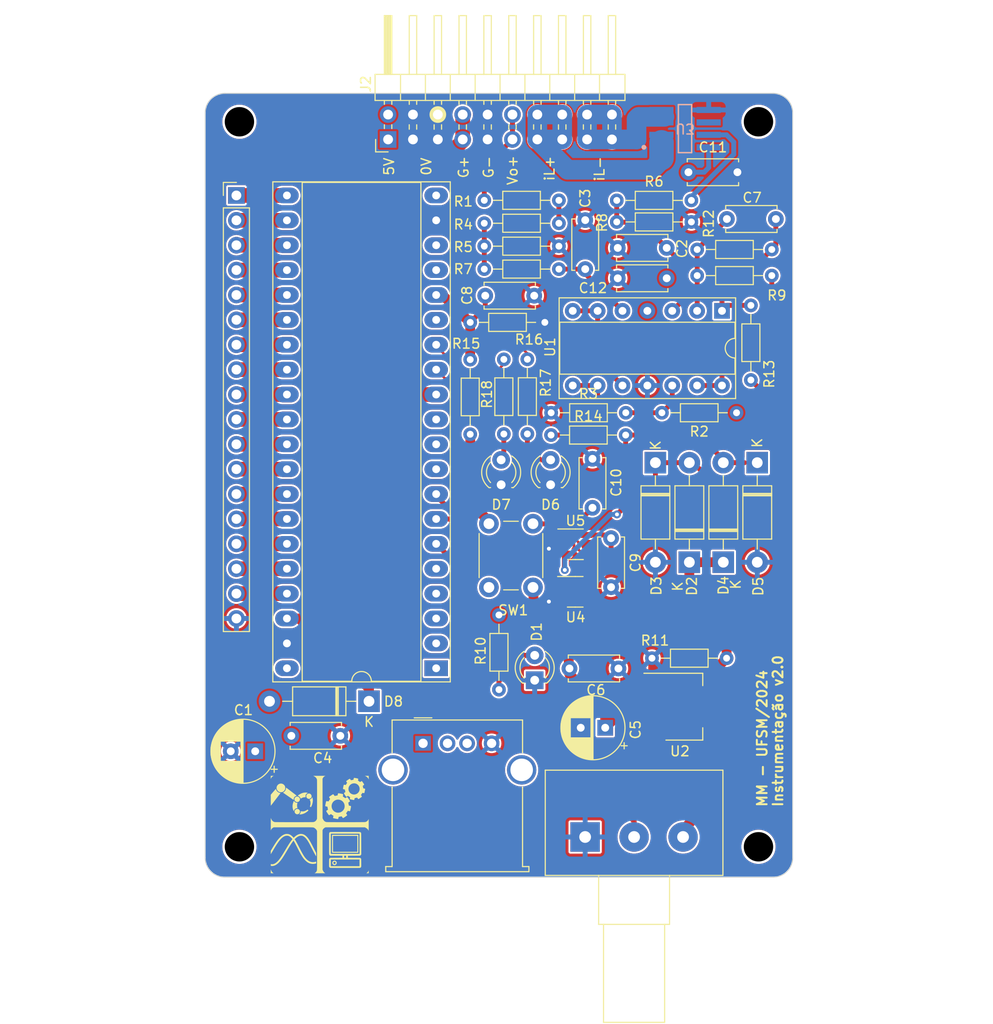
<source format=kicad_pcb>
(kicad_pcb (version 20221018) (generator pcbnew)
  (layers (0 "F.Cu" signal) (31 "B.Cu" signal) (34 "B.Paste" user) (35 "F.Paste" user) (36 "B.SilkS" user "B.Silkscreen") (37 "F.SilkS" user "F.Silkscreen") (38 "B.Mask" user) (39 "F.Mask" user) (44 "Edge.Cuts" user))
  (net 0 "")
  (net 1 "3.3V")
  (net 2 "Net-(D1-A)")
  (net 3 "5V_F")
  (net 4 "Net-(R4-Pad2)")
  (net 5 "Net-(C7-Pad2)")
  (net 6 "Net-(D6-A)")
  (net 7 "Net-(D8-K)")
  (net 8 "Net-(R15-Pad2)")
  (net 14 "Pino21")
  (net 15 "Pino22")
  (net 16 "Pino23")
  (net 17 "Pino24")
  (net 18 "Pino25")
  (net 19 "Pino26")
  (net 20 "Pino27")
  (net 21 "Pino30")
  (net 22 "Is")
  (net 23 "Pino31")
  (net 24 "Net-(D7-A)")
  (net 25 "Vo+")
  (net 26 "Pino32")
  (net 27 "G-")
  (net 28 "G+")
  (net 29 "Net-(U1A--)")
  (net 30 "Pino33")
  (net 31 "IL-")
  (net 32 "IL+")
  (net 33 "/Is_analog")
  (net 34 "/Vo+_analog")
  (net 35 "Pino34")
  (net 36 "Pino35")
  (net 37 "/Reg_PWM")
  (net 38 "Pino36")
  (net 41 "/Step_button")
  (net 42 "/LED2")
  (net 43 "Pino37")
  (net 44 "/LED1")
  (net 47 "Net-(R1-Pad2)")
  (net 50 "Pino28")
  (net 51 "Pino29")
  (net 56 "/500mV")
  (net 57 "/Corrente entrada Op-Amp")
  (net 58 "/3,3V Tensão")
  (net 59 "/3,3V Corrente")
  (net 60 "Net-(U1D-+)")
  (net 61 "Net-(U1C--)")
  (net 63 "Net-(U1B-+)")
  (net 64 "Net-(U1B--)")
  (footprint "Resistor_THT:R_Axial_DIN0204_L3.6mm_D1.6mm_P7.62mm_Horizontal" (layer "F.Cu") (at 55 68.24 -90)
    (fp_text reference "R10")
    (fp_text value "470")
  )
  (footprint "Diode_THT:D_DO-41_SOD81_P10.16mm_Horizontal" (layer "F.Cu") (at 70.975 52.695 -90)
    (fp_text reference "D3")
    (fp_text value "1N5817")
  )
  (footprint "Hole:Furo" (layer "F.Cu") (at 28.5 20.5)
    (fp_text reference "H3" hide)
    (fp_text value "MountingHole")
  )
  (footprint "Resistor_THT:R_Axial_DIN0204_L3.6mm_D1.6mm_P7.62mm_Horizontal" (layer "F.Cu") (at 74.65 28.125 180)
    (fp_text reference "R8")
    (fp_text value "330")
  )
  (footprint "Package_TO_SOT_SMD:SOT-223-3_TabPin2" (layer "F.Cu") (at 73.9 77.6)
    (fp_text reference "U2")
    (fp_text value "AMS1117-3.3")
  )
  (footprint "Potentiometer_THT:Potentiometer_Alps_RK163_Single_Horizontal" (layer "F.Cu") (at 63.8 90.9 90)
    (fp_text reference "RV1" hide)
    (fp_text value "R_Potentiometer")
  )
  (footprint "Resistor_THT:R_Axial_DIN0204_L3.6mm_D1.6mm_P7.62mm_Horizontal" (layer "F.Cu") (at 61.12 30.598 180)
    (fp_text reference "R5")
    (fp_text value "1k")
  )
  (footprint "Package_TO_SOT_SMD:SOT-23-5" (layer "F.Cu") (at 62.7875 65.875)
    (fp_text reference "U4")
    (fp_text value "MCP6001-OT")
  )
  (footprint "Diode_THT:D_DO-41_SOD81_P10.16mm_Horizontal" (layer "F.Cu") (at 74.441666 62.855 90)
    (fp_text reference "D2")
    (fp_text value "1N5817")
  )
  (footprint "Resistor_THT:R_Axial_DIN0204_L3.6mm_D1.6mm_P7.62mm_Horizontal" (layer "F.Cu") (at 80.725 44.26 90)
    (fp_text reference "R13")
    (fp_text value "470")
  )
  (footprint "Resistor_THT:R_Axial_DIN0204_L3.6mm_D1.6mm_P7.62mm_Horizontal" (layer "F.Cu") (at 57.9 42.14 -90)
    (fp_text reference "R17")
    (fp_text value "470")
  )
  (footprint "Resistor_THT:R_Axial_DIN0204_L3.6mm_D1.6mm_P7.62mm_Horizontal" (layer "F.Cu") (at 75.24 33.6)
    (fp_text reference "R9")
    (fp_text value "330")
  )
  (footprint "Resistor_THT:R_Axial_DIN0204_L3.6mm_D1.6mm_P7.62mm_Horizontal" (layer "F.Cu") (at 60.32 49.875)
    (fp_text reference "R14")
    (fp_text value "470")
  )
  (footprint "Package_TO_SOT_SMD:SOT-23-5" (layer "F.Cu") (at 62.8125 61.025)
    (fp_text reference "U5")
    (fp_text value "MCP6001-OT")
  )
  (footprint "Resistor_THT:R_Axial_DIN0204_L3.6mm_D1.6mm_P7.62mm_Horizontal" (layer "F.Cu") (at 61.12 28.258 180)
    (fp_text reference "R4")
    (fp_text value "1k")
  )
  (footprint "Hole:Furo" (layer "F.Cu") (at 81.5 94.5)
    (fp_text reference "H2" hide)
    (fp_text value "MountingHole")
  )
  (footprint "Capacitor_THT:CP_Radial_D6.3mm_P2.50mm" (layer "F.Cu") (at 65.85 79.75 180)
    (fp_text reference "C5")
    (fp_text value "100u")
  )
  (footprint "Connector_PinHeader_2.54mm:PinHeader_1x18_P2.54mm_Vertical" (layer "F.Cu") (at 28.19 25.42)
    (fp_text reference "J3" hide)
    (fp_text value "Conn_01x18_Pin")
  )
  (footprint "Capacitor_THT:C_Disc_D5.0mm_W2.5mm_P5.00mm" (layer "F.Cu") (at 63.81 27.938 -90)
    (fp_text reference "C3")
    (fp_text value "100n")
  )
  (footprint "Capacitor_THT:C_Disc_D5.0mm_W2.5mm_P5.00mm" (layer "F.Cu") (at 38.8 80.575 180)
    (fp_text reference "C4")
    (fp_text value "100n")
  )
  (footprint "LOGO" (layer "F.Cu") (at 36.7 89.625)
    (fp_text reference "G***" hide)
    (fp_text value "LOGO" hide)
  )
  (footprint "Capacitor_THT:C_Disc_D5.0mm_W2.5mm_P5.00mm" (layer "F.Cu") (at 78.275 27.825)
    (fp_text reference "C7")
    (fp_text value "100n")
  )
  (footprint "Capacitor_THT:C_Disc_D5.0mm_W2.5mm_P5.00mm" (layer "F.Cu") (at 67.13 33.875)
    (fp_text reference "C12")
    (fp_text value "100n")
  )
  (footprint "Resistor_THT:R_Axial_DIN0204_L3.6mm_D1.6mm_P7.62mm_Horizontal" (layer "F.Cu") (at 53.5 25.918)
    (fp_text reference "R1")
    (fp_text value "10k")
  )
  (footprint "Diode_THT:D_DO-41_SOD81_P10.16mm_Horizontal" (layer "F.Cu") (at 77.908332 62.855 90)
    (fp_text reference "D4")
    (fp_text value "1N5817")
  )
  (footprint "Resistor_THT:R_Axial_DIN0204_L3.6mm_D1.6mm_P7.62mm_Horizontal" (layer "F.Cu") (at 53.5 32.938)
    (fp_text reference "R7")
    (fp_text value "330")
  )
  (footprint "Capacitor_THT:CP_Radial_D6.3mm_P2.50mm" (layer "F.Cu") (at 30.11238 82.15 180)
    (fp_text reference "C1")
    (fp_text value "100u")
  )
  (footprint "Hole:Furo" (layer "F.Cu") (at 28.5 94.5)
    (fp_text reference "H1" hide)
    (fp_text value "MountingHole")
  )
  (footprint "Hole:Furo" (layer "F.Cu") (at 81.5 20.5)
    (fp_text reference "H4" hide)
    (fp_text value "MountingHole")
  )
  (footprint "Connector_PinHeader_2.54mm:PinHeader_2x10_P2.54mm_Horizontal" (layer "F.Cu") (at 43.68 19.704 90)
    (fp_text reference "J2")
    (fp_text value "Conn_02x10_Odd_Even")
  )
  (footprint "Resistor_THT:R_Axial_DIN0204_L3.6mm_D1.6mm_P7.62mm_Horizontal" (layer "F.Cu") (at 67.03 25.925)
    (fp_text reference "R6")
    (fp_text value "330")
  )
  (footprint "Resistor_THT:R_Axial_DIN0204_L3.6mm_D1.6mm_P7.62mm_Horizontal" (layer "F.Cu") (at 70.625 72.65)
    (fp_text reference "R11")
    (fp_text value "330")
  )
  (footprint "Capacitor_THT:C_Disc_D5.0mm_W2.5mm_P5.00mm" (layer "F.Cu") (at 67.13 30.775)
    (fp_text reference "C2")
    (fp_text value "100n")
  )
  (footprint "Button_Switch_THT:SW_PUSH_6mm" (layer "F.Cu") (at 53.975 65.425 90)
    (fp_text reference "SW1")
    (fp_text value "SW_Push")
  )
  (footprint "Resistor_THT:R_Axial_DIN0204_L3.6mm_D1.6mm_P7.62mm_Horizontal" (layer "F.Cu") (at 60.33 47.6)
    (fp_text reference "R3")
    (fp_text value "1k")
  )
  (footprint "Capacitor_THT:C_Disc_D5.0mm_W2.5mm_P5.00mm" (layer "F.Cu") (at 64.55 57.3 90)
    (fp_text reference "C10")
    (fp_text value "100n")
  )
  (footprint "Capacitor_THT:C_Disc_D5.0mm_W2.5mm_P5.00mm" (layer "F.Cu") (at 58.6 35.65 180)
    (fp_text reference "C8")
    (fp_text value "100n")
  )
  (footprint "Diode_THT:D_DO-41_SOD81_P10.16mm_Horizontal" (layer "F.Cu") (at 81.375 52.695 -90)
    (fp_text reference "D5")
    (fp_text value "1N5817")
  )
  (footprint "Capacitor_THT:C_Disc_D5.0mm_W2.5mm_P5.00mm" (layer "F.Cu") (at 67.2 73.7 180)
    (fp_text reference "C6")
    (fp_text value "100n")
  )
  (footprint "LED_THT:LED_D3.0mm" (layer "F.Cu") (at 58.65 74.9 90)
    (fp_text reference "D1")
    (fp_text value "LED")
  )
  (footprint "Diode_THT:D_DO-41_SOD81_P10.16mm_Horizontal" (layer "F.Cu") (at 41.73 77.05 180)
    (fp_text reference "D8")
    (fp_text value "1N4001")
  )
  (footprint "Capacitor_THT:C_Disc_D5.0mm_W2.5mm_P5.00mm" (layer "F.Cu") (at 79.35 23.05 180)
    (fp_text reference "C11")
    (fp_text value "100n")
  )
  (footprint "Package_DIP:DIP-14_W7.62mm_Socket" (layer "F.Cu") (at 77.775 37.2 -90)
    (fp_text reference "U1")
    (fp_text value "TL084")
  )
  (footprint "LED_THT:LED_D3.0mm" (layer "F.Cu") (at 55.225 54.95 90)
    (fp_text reference "D7")
    (fp_text value "LED")
  )
  (footprint "Package_DIP:DIP-40_W15.24mm_Socket_LongPads" (layer "F.Cu") (at 48.59 73.68 180)
    (fp_text reference "U6" hide)
    (fp_text value "STM32F103C_8-B_Tx")
  )
  (footprint "Resistor_THT:R_Axial_DIN0204_L3.6mm_D1.6mm_P7.62mm_Horizontal" (layer "F.Cu") (at 52.065 38.375)
    (fp_text reference "R16")
    (fp_text value "10k")
  )
  (footprint "Resistor_THT:R_Axial_DIN0204_L3.6mm_D1.6mm_P7.62mm_Horizontal" (layer "F.Cu") (at 79.26 47.6 180)
    (fp_text reference "R2")
    (fp_text value "10k")
  )
  (footprint "Connector_USB:USB_A_Molex_67643_Horizontal" (layer "F.Cu") (at 47.25 81.34)
    (fp_text reference "J1" hide)
    (fp_text value "USB3_A")
  )
  (footprint "Resistor_THT:R_Axial_DIN0204_L3.6mm_D1.6mm_P7.62mm_Horizontal" (layer "F.Cu") (at 55.5 42.15 -90)
    (fp_text reference "R18")
    (fp_text value "470")
  )
  (footprint "Capacitor_THT:C_Disc_D5.0mm_W2.5mm_P5.00mm" (layer "F.Cu") (at 66.45 60.4 -90)
    (fp_text reference "C9")
    (fp_text value "100n")
  )
  (footprint "Resistor_THT:R_Axial_DIN0204_L3.6mm_D1.6mm_P7.62mm_Horizontal" (layer "F.Cu") (at 75.24 30.9375)
    (fp_text reference "R12")
    (fp_text value "330")
  )
  (footprint "LED_THT:LED_D3.0mm" (layer "F.Cu") (at 60.275 54.95 90)
    (fp_text reference "D6")
    (fp_text value "LED")
  )
  (footprint "Resistor_THT:R_Axial_DIN0204_L3.6mm_D1.6mm_P7.62mm_Horizontal" (layer "F.Cu") (at 52.065 42.175 -90)
    (fp_text reference "R15")
    (fp_text value "1k")
  )
  (footprint "TMCS:D0008A-IPC_A" (layer "B.Cu") (at 74 18.6)
    (fp_text reference "U3")
    (fp_text value "TMCS1108A3UQDR")
  )
  (gr_line locked (start 25 17) (end 25 93) (stroke (width 0.1)) (layer "Edge.Cuts"))
  (gr_arc locked (start 27 95) (mid 25.585786 94.414214) (end 25 93) (stroke (width 0.1)) (layer "Edge.Cuts"))
  (gr_arc locked (start 85 93) (mid 84.414214 94.414214) (end 83 95) (stroke (width 0.1)) (layer "Edge.Cuts"))
  (gr_line locked (start 83 95) (end 27 95) (stroke (width 0.1)) (layer "Edge.Cuts"))
  (gr_arc locked (start 83 15) (mid 84.414214 15.585786) (end 85 17) (stroke (width 0.1)) (layer "Edge.Cuts"))
  (gr_arc locked (start 25 17) (mid 25.585786 15.585786) (end 27 15) (stroke (width 0.1)) (layer "Edge.Cuts"))
  (gr_line locked (start 85 17) (end 85 93) (stroke (width 0.1)) (layer "Edge.Cuts"))
  (gr_line locked (start 27 15) (end 83 15) (stroke (width 0.1)) (layer "Edge.Cuts"))
  (gr_text "G+" (at 51.975 23.75 90) (layer "F.SilkS") (effects (font (size 1 1)) (justify left bottom)))
  (gr_text "Vo+" (at 56.975 24.45 90) (layer "F.SilkS") (effects (font (size 1 1)) (justify left bottom)))
  (gr_text "iL+" (at 60.75 24.025 90) (layer "F.SilkS") (effects (font (size 1 1)) (justify left bottom)))
  (gr_text "iL-" (at 65.85 24.075 90) (layer "F.SilkS") (effects (font (size 1 1)) (justify left bottom)))
  (gr_text "0V" (at 48.175 23.475 90) (layer "F.SilkS") (effects (font (size 1 1)) (justify left bottom)))
  (gr_text "MM - UFSM/2024\nInstrumentação v2.0" (at 84.075 87.925 90) (layer "F.SilkS") (effects (font (size 1 1) (thickness 0.2) bold) (justify left bottom)))
  (gr_text "G-" (at 54.525 23.75 90) (layer "F.SilkS") (effects (font (size 1 1)) (justify left bottom)))
  (gr_text "5V" (at 44.3675 23.475 90) (layer "F.SilkS") (effects (font (size 1 1)) (justify left bottom)))
  (segment (start 77.05 73.845) (end 78.245 72.65) (width 1) (layer "F.Cu") (net 1))
  (segment (start 62.125 73.625) (end 62.125 70.8) (width 1) (layer "F.Cu") (net 1))
  (segment (start 62.34 58.94) (end 63.5 60.1) (width 0.5) (layer "F.Cu") (net 1))
  (segment (start 68 77.6) (end 65.85 79.75) (width 1) (layer "F.Cu") (net 1))
  (segment (start 77.05 86.9) (end 73.05 90.9) (width 1) (layer "F.Cu") (net 1))
  (segment (start 74.441666 67.171666) (end 78.245 70.975) (width 1) (layer "F.Cu") (net 1))
  (segment (start 62.2 73.7) (end 62.125 73.625) (width 1) (layer "F.Cu") (net 1))
  (segment (start 62.125 70.8) (end 58.525 67.2) (width 1) (layer "F.Cu") (net 1))
  (segment (start 58.525 67.2) (end 58.525 65.475) (width 1) (layer "F.Cu") (net 1))
  (segment (start 77.05 77.6) (end 77.05 86.9) (width 1) (layer "F.Cu") (net 1))
  (segment (start 66.125 60.075) (end 63.95 60.075) (width 0.5) (layer "F.Cu") (net 1))
  (segment (start 58.7375 58.94) (end 62.34 58.94) (width 0.5) (layer "F.Cu") (net 1))
  (segment (start 58.525 65.475) (end 58.475 65.425) (width 1) (layer "F.Cu") (net 1))
  (segment (start 66.45 63.05) (end 64.575 64.925) (width 0.5) (layer "F.Cu") (net 1))
  (segment (start 62.91 58.94) (end 62.34 58.94) (width 0.5) (layer "F.Cu") (net 1))
  (segment (start 78.245 70.975) (end 78.245 72.65) (width 1) (layer "F.Cu") (net 1))
  (segment (start 66.45 60.4) (end 66.45 63.05) (width 0.5) (layer "F.Cu") (net 1))
  (segment (start 62.2 73.7) (end 62.2 74.3) (width 1) (layer "F.Cu") (net 1))
  (segment (start 65.85 77.95) (end 65.85 79.75) (width 1) (layer "F.Cu") (net 1))
  (segment (start 64.575 64.925) (end 63.925 64.925) (width 0.5) (layer "F.Cu") (net 1))
  (segment (start 77.05 77.6) (end 77.05 73.845) (width 1) (layer "F.Cu") (net 1))
  (segment (start 62.15 73.75) (end 62.2 73.7) (width 0.25) (layer "F.Cu") (net 1))
  (segment (start 70.75 77.6) (end 68 77.6) (width 1) (layer "F.Cu") (net 1))
  (segment (start 74.441666 62.855) (end 74.441666 67.171666) (width 1) (layer "F.Cu") (net 1))
  (segment (start 66.45 60.4) (end 66.125 60.075) (width 0.5) (layer "F.Cu") (net 1))
  (segment (start 62.2 74.3) (end 65.85 77.95) (width 1) (layer "F.Cu") (net 1))
  (segment (start 63.5 60.1) (end 64.1375 60.1) (width 0.5) (layer "F.Cu") (net 1))
  (segment (start 77.908332 62.855) (end 74.441666 62.855) (width 1) (layer "F.Cu") (net 1))
  (segment (start 64.55 57.3) (end 62.91 58.94) (width 0.5) (layer "F.Cu") (net 1))
  (segment (start 61.9 73.75) (end 62.15 73.75) (width 0.25) (layer "F.Cu") (net 1))
  (segment (start 57.615 72.36) (end 55 74.975) (width 0.5) (layer "F.Cu") (net 2))
  (segment (start 58.65 72.36) (end 57.615 72.36) (width 0.5) (layer "F.Cu") (net 2))
  (segment (start 55 74.975) (end 55 75.86) (width 0.5) (layer "F.Cu") (net 2))
  (segment (start 75.95 23.05) (end 74.35 23.05) (width 0.5) (layer "B.Cu") (net 3))
  (segment (start 76.413599 20.505) (end 76.413599 22.586401) (width 0.5) (layer "B.Cu") (net 3))
  (segment (start 76.413599 22.586401) (end 75.95 23.05) (width 0.5) (layer "B.Cu") (net 3))
  (segment (start 53.5 28.258) (end 53.5 32.938) (width 0.5) (layer "F.Cu") (net 4))
  (segment (start 83.275 30.5225) (end 83.275 27.825) (width 0.5) (layer "F.Cu") (net 5))
  (segment (start 77.775 37.2) (end 77.775 36.01) (width 0.5) (layer "F.Cu") (net 5))
  (segment (start 80.725 36.64) (end 78.335 36.64) (width 0.5) (layer "F.Cu") (net 5))
  (segment (start 77.775 36.01) (end 82.8475 30.9375) (width 0.5) (layer "F.Cu") (net 5))
  (segment (start 82.8475 30.9375) (end 82.86 30.9375) (width 0.5) (layer "F.Cu") (net 5))
  (segment (start 78.335 36.64) (end 77.775 37.2) (width 0.5) (layer "F.Cu") (net 5))
  (segment (start 82.86 30.9375) (end 83.275 30.5225) (width 0.5) (layer "F.Cu") (net 5))
  (segment (start 59.21 52.41) (end 60.275 52.41) (width 0.5) (layer "F.Cu") (net 6))
  (segment (start 57.9 51.1) (end 59.21 52.41) (width 0.5) (layer "F.Cu") (net 6))
  (segment (start 57.9 49.76) (end 57.9 51.1) (width 0.5) (layer "F.Cu") (net 6))
  (segment (start 34.6 68.6) (end 33.35 68.6) (width 1) (layer "F.Cu") (net 7))
  (segment (start 41.73 75.73) (end 34.6 68.6) (width 1) (layer "F.Cu") (net 7))
  (segment (start 41.73 77.05) (end 41.73 75.73) (width 1) (layer "F.Cu") (net 7))
  (segment (start 52.075 56.7775) (end 52.075 49.805) (width 1) (layer "F.Cu") (net 8))
  (segment (start 54.2375 58.94) (end 52.075 56.7775) (width 1) (layer "F.Cu") (net 8))
  (segment (start 52.075 49.805) (end 52.065 49.795) (width 1) (layer "F.Cu") (net 8))
  (segment (start 33.35 25.42) (end 28.19 25.42) (width 1.5) (layer "F.Cu") (net 14))
  (segment (start 33.35 27.96) (end 28.19 27.96) (width 1.5) (layer "F.Cu") (net 15))
  (segment (start 33.35 30.5) (end 28.19 30.5) (width 1.5) (layer "F.Cu") (net 16))
  (segment (start 33.35 33.04) (end 28.19 33.04) (width 1.5) (layer "F.Cu") (net 17))
  (segment (start 33.35 35.58) (end 28.19 35.58) (width 1.5) (layer "F.Cu") (net 18))
  (segment (start 33.35 38.12) (end 28.19 38.12) (width 1.5) (layer "F.Cu") (net 19))
  (segment (start 33.35 40.66) (end 28.19 40.66) (width 1.5) (layer "F.Cu") (net 20))
  (segment (start 33.35 48.28) (end 28.19 48.28) (width 1.5) (layer "F.Cu") (net 21))
  (segment (start 78.235 19.235) (end 76.413599 19.235) (width 0.5) (layer "B.Cu") (net 22))
  (segment (start 74.65 25.925) (end 74.65 25.55) (width 0.5) (layer "B.Cu") (net 22))
  (segment (start 78.975 21.225) (end 78.975 19.975) (width 0.5) (layer "B.Cu") (net 22))
  (segment (start 78.975 19.975) (end 78.235 19.235) (width 0.5) (layer "B.Cu") (net 22))
  (segment (start 74.65 25.55) (end 78.975 21.225) (width 0.5) (layer "B.Cu") (net 22))
  (segment (start 33.35 50.82) (end 28.19 50.82) (width 1.5) (layer "F.Cu") (net 23))
  (segment (start 55.5 49.77) (end 55.5 52.135) (width 0.5) (layer "F.Cu") (net 24))
  (segment (start 55.5 52.135) (end 55.225 52.41) (width 0.5) (layer "F.Cu") (net 24))
  (segment (start 56.38 19.704) (end 53.5 22.584) (width 0.5) (layer "F.Cu") (net 25))
  (segment (start 53.5 23.082) (end 53.5 25.918) (width 0.5) (layer "F.Cu") (net 25))
  (segment (start 56.38 17.164) (end 56.38 19.704) (width 0.5) (layer "F.Cu") (net 25))
  (segment (start 53.5 22.584) (end 53.5 23.082) (width 0.5) (layer "F.Cu") (net 25))
  (segment (start 33.35 53.36) (end 28.19 53.36) (width 1.5) (layer "F.Cu") (net 26))
  (segment (start 60.1 66.475) (end 60.7 65.875) (width 0.5) (layer "F.Cu") (net 27))
  (segment (start 70.75 72.775) (end 70.75 75.3) (width 1) (layer "F.Cu") (net 27))
  (segment (start 60.7 65.875) (end 61.65 65.875) (width 0.5) (layer "F.Cu") (net 27))
  (segment (start 60.55 61.025) (end 61.675 61.025) (width 0.5) (layer "F.Cu") (net 27))
  (segment (start 70.625 72.65) (end 70.75 72.775) (width 1) (layer "F.Cu") (net 27))
  (segment (start 60.1 61.475) (end 60.55 61.025) (width 0.5) (layer "F.Cu") (net 27))
  (segment (start 60.1 66.5) (end 60.1 66.875) (width 0.5) (layer "F.Cu") (net 27))
  (via (at 60.1 61.475) (size 0.8) (drill 0.4) (layers "F.Cu" "B.Cu") (net 27))
  (via (at 60.1 66.875) (size 0.8) (drill 0.4) (layers "F.Cu" "B.Cu") (net 27))
  (segment (start 43.9 22.6) (end 48.551006 22.6) (width 1.5) (layer "F.Cu") (net 28))
  (segment (start 48.551006 22.6) (end 51.3 19.851006) (width 1.5) (layer "F.Cu") (net 28))
  (segment (start 48.59 45.74) (end 44.565 45.74) (width 1.5) (layer "F.Cu") (net 28))
  (segment (start 51.3 19.851006) (end 51.3 17.164) (width 1.5) (layer "F.Cu") (net 28))
  (segment (start 44.565 45.74) (end 42.975 44.15) (width 1.5) (layer "F.Cu") (net 28))
  (segment (start 42.975 44.15) (end 42.975 23.525) (width 1.5) (layer "F.Cu") (net 28))
  (segment (start 42.975 23.525) (end 43.9 22.6) (width 1.5) (layer "F.Cu") (net 28))
  (segment (start 51.239 17.225) (end 51.3 17.164) (width 1.5) (layer "B.Cu") (net 28))
  (segment (start 78.275 27.825) (end 78.275 27.89) (width 0.5) (layer "F.Cu") (net 29))
  (segment (start 78.275 27.89) (end 75.24 30.925) (width 0.5) (layer "F.Cu") (net 29))
  (segment (start 75.24 37.195) (end 75.235 37.2) (width 0.5) (layer "F.Cu") (net 29))
  (segment (start 75.24 30.925) (end 75.24 37.195) (width 0.5) (layer "F.Cu") (net 29))
  (segment (start 33.35 55.9) (end 28.19 55.9) (width 1.5) (layer "F.Cu") (net 30))
  (segment (start 66.54 19.704) (end 69.051823 19.704) (width 2) (layer "B.Cu") (net 31))
  (segment (start 69.275757 17.4) (end 71.896 17.4) (width 2) (layer "B.Cu") (net 31))
  (segment (start 64.193 19.704) (end 66.54 19.704) (width 2) (layer "B.Cu") (net 31))
  (segment (start 64 17.164) (end 66.54 17.164) (width 2) (layer "B.Cu") (net 31))
  (segment (start 64 19.704) (end 64 17.164) (width 2) (layer "B.Cu") (net 31))
  (segment (start 69.051823 17.623934) (end 69.275757 17.4) (width 2) (layer "B.Cu") (net 31))
  (segment (start 64 19.704) (end 64.198 19.704) (width 2) (layer "B.Cu") (net 31))
  (segment (start 69.051823 19.704) (end 69.051823 17.623934) (width 2) (layer "B.Cu") (net 31))
  (segment (start 66.54 19.704) (end 66.54 17.164) (width 2) (layer "B.Cu") (net 31))
  (segment (start 62.016 22.8) (end 58.92 19.704) (width 2) (layer "B.Cu") (net 32))
  (segment (start 58.92 19.704) (end 61.46 19.704) (width 2) (layer "B.Cu") (net 32))
  (segment (start 71.6 20) (end 71.6 21.6) (width 2.5) (layer "B.Cu") (net 32))
  (segment (start 71.8 21.6) (end 70.6 22.8) (width 2) (layer "B.Cu") (net 32))
  (segment (start 58.92 17.164) (end 61.46 17.164) (width 2) (layer "B.Cu") (net 32))
  (segment (start 58.92 19.704) (end 58.92 17.164) (width 2) (layer "B.Cu") (net 32))
  (segment (start 70.6 22.8) (end 62.016 22.8) (width 2) (layer "B.Cu") (net 32))
  (segment (start 61.46 19.704) (end 61.46 17.164) (width 2) (layer "B.Cu") (net 32))
  (segment (start 61.175 64.925) (end 58.25 62) (width 0.5) (layer "F.Cu") (net 33))
  (segment (start 62.221751 64.95) (end 61.8375 64.95) (width 0.25) (layer "F.Cu") (net 33))
  (segment (start 61.65 64.925) (end 61.175 64.925) (width 0.5) (layer "F.Cu") (net 33))
  (segment (start 64.1125 66.840749) (end 62.221751 64.95) (width 0.25) (layer "F.Cu") (net 33))
  (segment (start 64.1125 66.475) (end 64.1125 66.465749) (width 0.25) (layer "F.Cu") (net 33))
  (segment (start 53.510051 62) (end 49.95005 58.44) (width 0.5) (layer "F.Cu") (net 33))
  (segment (start 58.25 62) (end 53.510051 62) (width 0.5) (layer "F.Cu") (net 33))
  (segment (start 49.95005 58.44) (end 48.59 58.44) (width 0.5) (layer "F.Cu") (net 33))
  (segment (start 63.125 60.825) (end 63.125 61.575) (width 0.25) (layer "F.Cu") (net 34))
  (segment (start 63.125 61.575) (end 63.55 62) (width 0.25) (layer "F.Cu") (net 34))
  (segment (start 62.4 60.1) (end 63.125 60.825) (width 0.25) (layer "F.Cu") (net 34))
  (segment (start 53.8 61.3) (end 48.59 56.09) (width 0.5) (layer "F.Cu") (net 34))
  (segment (start 63.55 62) (end 64.1375 62) (width 0.25) (layer "F.Cu") (net 34))
  (segment (start 48.59 56.09) (end 48.59 55.9) (width 0.5) (layer "F.Cu") (net 34))
  (segment (start 58.8 61.3) (end 53.8 61.3) (width 0.5) (layer "F.Cu") (net 34))
  (segment (start 60 60.1) (end 58.8 61.3) (width 0.5) (layer "F.Cu") (net 34))
  (segment (start 61.8625 60.1) (end 62.4 60.1) (width 0.25) (layer "F.Cu") (net 34))
  (segment (start 61.8625 60.1) (end 60 60.1) (width 0.5) (layer "F.Cu") (net 34))
  (segment (start 33.35 58.44) (end 28.19 58.44) (width 1.5) (layer "F.Cu") (net 35))
  (segment (start 33.35 60.98) (end 28.19 60.98) (width 1.5) (layer "F.Cu") (net 36))
  (segment (start 68.8 89.3) (end 56.825 77.325) (width 0.5) (layer "F.Cu") (net 37))
  (segment (start 51.9 77.325) (end 51.9 64.29) (width 0.5) (layer "F.Cu") (net 37))
  (segment (start 51.9 64.29) (end 48.59 60.98) (width 0.5) (layer "F.Cu") (net 37))
  (segment (start 56.825 77.325) (end 51.9 77.325) (width 0.5) (layer "F.Cu") (net 37))
  (segment (start 68.8 90.9) (end 68.8 89.3) (width 0.5) (layer "F.Cu") (net 37))
  (segment (start 33.35 63.52) (end 28.19 63.52) (width 1.5) (layer "F.Cu") (net 38))
  (segment (start 53.6 35.65) (end 53.6 36.84) (width 0.5) (layer "F.Cu") (net 41))
  (segment (start 49.23 35.58) (end 52.025 38.375) (width 1) (layer "F.Cu") (net 41))
  (segment (start 53.6 36.84) (end 52.065 38.375) (width 0.5) (layer "F.Cu") (net 41))
  (segment (start 52.065 38.375) (end 52.065 42.175) (width 1) (layer "F.Cu") (net 41))
  (segment (start 52.025 38.375) (end 52.065 38.375) (width 1) (layer "F.Cu") (net 41))
  (segment (start 48.59 35.58) (end 49.23 35.58) (width 1) (layer "F.Cu") (net 41))
  (segment (start 53.975 43) (end 53.975 41.375) (width 0.25) (layer "F.Cu") (net 42))
  (segment (start 48.59 40.79) (end 51.45 43.65) (width 0.25) (layer "F.Cu") (net 42))
  (segment (start 54.625 40.725) (end 57.075 40.725) (width 0.25) (layer "F.Cu") (net 42))
  (segment (start 48.59 40.66) (end 48.59 40.79) (width 0.25) (layer "F.Cu") (net 42))
  (segment (start 53.975 41.375) (end 54.625 40.725) (width 0.25) (layer "F.Cu") (net 42))
  (segment (start 57.075 40.725) (end 57.9 41.55) (width 0.25) (layer "F.Cu") (net 42))
  (segment (start 53.325 43.65) (end 53.975 43) (width 0.25) (layer "F.Cu") (net 42))
  (segment (start 51.45 43.65) (end 53.325 43.65) (width 0.25) (layer "F.Cu") (net 42))
  (segment (start 57.9 41.55) (end 57.9 42.14) (width 0.25) (layer "F.Cu") (net 42))
  (segment (start 33.35 66.06) (end 28.19 66.06) (width 1.5) (layer "F.Cu") (net 43))
  (segment (start 49.49 44.1) (end 48.59 43.2) (width 0.25) (layer "F.Cu") (net 44))
  (segment (start 54.025 44.1) (end 49.49 44.1) (width 0.25) (layer "F.Cu") (net 44))
  (segment (start 55.5 42.15) (end 55.5 42.625) (width 0.25) (layer "F.Cu") (net 44))
  (segment (start 55.5 42.625) (end 54.025 44.1) (width 0.25) (layer "F.Cu") (net 44))
  (segment (start 61.12 25.918) (end 61.12 28.258) (width 0.5) (layer "F.Cu") (net 47))
  (segment (start 33.35 43.2) (end 28.19 43.2) (width 1.5) (layer "F.Cu") (net 50))
  (segment (start 33.35 45.74) (end 28.19 45.74) (width 1.5) (layer "F.Cu") (net 51))
  (segment (start 82.86 37.615) (end 77.775 42.7) (width 0.5) (layer "F.Cu") (net 56))
  (segment (start 82.86 33.6) (end 82.86 37.615) (width 0.5) (layer "F.Cu") (net 56))
  (segment (start 75.235 44.82) (end 77.775 44.82) (width 0.5) (layer "F.Cu") (net 56))
  (segment (start 77.775 42.7) (end 77.775 44.82) (width 0.5) (layer "F.Cu") (net 56))
  (segment (start 73.625 32.27) (end 73.625 36.27) (width 0.5) (layer "F.Cu") (net 57))
  (segment (start 73.625 36.27) (end 72.695 37.2) (width 0.5) (layer "F.Cu") (net 57))
  (segment (start 69.505 28.15) (end 72.13 30.775) (width 0.5) (layer "F.Cu") (net 57))
  (segment (start 67.03 25.925) (end 67.03 28.15) (width 0.5) (layer "F.Cu") (net 57))
  (segment (start 72.13 30.775) (end 73.625 32.27) (width 0.5) (layer "F.Cu") (net 57))
  (segment (start 67.03 28.15) (end 69.505 28.15) (width 0.5) (layer "F.Cu") (net 57))
  (segment (start 61.675 63.6) (end 61.675 61.975) (width 0.5) (layer "F.Cu") (net 58))
  (segment (start 67.94 49.875) (end 67.94 57.085) (width 0.5) (layer "F.Cu") (net 58))
  (segment (start 75.4 49.875) (end 78.22 52.695) (width 0.5) (layer "F.Cu") (net 58))
  (segment (start 78.22 52.695) (end 80.075 52.695) (width 0.5) (layer "F.Cu") (net 58))
  (segment (start 67.94 49.875) (end 75.4 49.875) (width 0.5) (layer "F.Cu") (net 58))
  (segment (start 61.725 63.65) (end 61.675 63.6) (width 0.5) (layer "F.Cu") (net 58))
  (segment (start 67.94 57.085) (end 67.05 57.975) (width 0.5) (layer "F.Cu") (net 58))
  (via (at 61.725 63.65) (size 0.8) (drill 0.4) (layers "F.Cu" "B.Cu") (net 58))
  (via (at 67.05 57.975) (size 0.8) (drill 0.4) (layers "F.Cu" "B.Cu") (net 58))
  (segment (start 61.725 62.615) (end 66.365 57.975) (width 0.5) (layer "B.Cu") (net 58))
  (segment (start 66.365 57.975) (end 67.05 57.975) (width 0.5) (layer "B.Cu") (net 58))
  (segment (start 61.725 63.65) (end 61.725 62.615) (width 0.5) (layer "B.Cu") (net 58))
  (segment (start 66.85 67.925) (end 63.225 67.925) (width 0.5) (layer "F.Cu") (net 59))
  (segment (start 68.35 61.375) (end 68.35 66.425) (width 0.5) (layer "F.Cu") (net 59))
  (segment (start 68.35 66.425) (end 66.85 67.925) (width 0.5) (layer "F.Cu") (net 59))
  (segment (start 82.575 46.11) (end 82.575 49.7) (width 0.5) (layer "F.Cu") (net 59))
  (segment (start 74.83005 52.695) (end 70.975 52.695) (width 0.5) (layer "F.Cu") (net 59))
  (segment (start 83.675 53.975) (end 82.6 55.05) (width 0.5) (layer "F.Cu") (net 59))
  (segment (start 82.6 55.05) (end 77.18505 55.05) (width 0.5) (layer "F.Cu") (net 59))
  (segment (start 82.575 49.7) (end 83.675 50.8) (width 0.5) (layer "F.Cu") (net 59))
  (segment (start 77.18505 55.05) (end 74.83005 52.695) (width 0.5) (layer "F.Cu") (net 59))
  (segment (start 83.675 50.8) (end 83.675 53.975) (width 0.5) (layer "F.Cu") (net 59))
  (segment (start 70.975 52.695) (end 70.975 58.75) (width 0.5) (layer "F.Cu") (net 59))
  (segment (start 70.975 58.75) (end 68.35 61.375) (width 0.5) (layer "F.Cu") (net 59))
  (segment (start 80.725 44.26) (end 82.575 46.11) (width 0.5) (layer "F.Cu") (net 59))
  (segment (start 63.225 67.925) (end 62.125 66.825) (width 0.5) (layer "F.Cu") (net 59))
  (segment (start 62.125 66.825) (end 61.65 66.825) (width 0.5) (layer "F.Cu") (net 59))
  (segment (start 72.695 44.82) (end 72.695 46.545) (width 0.5) (layer "F.Cu") (net 60))
  (segment (start 71.64 47.6) (end 67.95 47.6) (width 0.5) (layer "F.Cu") (net 60))
  (segment (start 72.695 46.545) (end 71.64 47.6) (width 0.5) (layer "F.Cu") (net 60))
  (segment (start 65.075 46.64) (end 61.84 49.875) (width 0.5) (layer "F.Cu") (net 61))
  (segment (start 61.84 49.875) (end 60.32 49.875) (width 0.5) (layer "F.Cu") (net 61))
  (segment (start 65.075 44.82) (end 65.075 46.64) (width 0.5) (layer "F.Cu") (net 61))
  (segment (start 62.535 44.82) (end 65.075 44.82) (width 0.5) (layer "F.Cu") (net 61))
  (segment (start 67.615 37.2) (end 63.81 33.395) (width 0.5) (layer "F.Cu") (net 63))
  (segment (start 63.81 33.395) (end 63.81 32.938) (width 0.5) (layer "F.Cu") (net 63))
  (segment (start 63.81 32.938) (end 61.12 32.938) (width 0.5) (layer "F.Cu") (net 63))
  (segment (start 62.535 37.2) (end 65.075 37.2) (width 0.5) (layer "F.Cu") (net 64))
  (segment (start 65.075 37.2) (end 65.075 42.28) (width 0.5) (layer "F.Cu") (net 64))
  (segment (start 65.075 42.28) (end 67.615 44.82) (width 0.5) (layer "F.Cu") (net 64))
  (zone (net 3) (net_name "5V_F") (layer "F.Cu") (priority 10) (connect_pads yes (clearance 0.2)) (min_thickness 0.25) (fill yes (thermal_gap 0.5) (thermal_bridge_width 0.5) (island_removal_mode 1) (island_area_min 10))
    (polygon (pts (xy 6.983 105.24) (xy 6.983 13.724) (xy 103.872 13.724) (xy 103.872 105.24)))
  )
  (zone (net 27) (net_name "G-") (layer "B.Cu") (connect_pads (clearance 0.2)) (min_thickness 0.2) (fill yes (thermal_gap 0.5) (thermal_bridge_width 0.5) (island_removal_mode 1) (island_area_min 10))
    (polygon (pts (xy 4.051 108.26) (xy 105.251 108.26) (xy 105.451 108.06) (xy 105.451 12.06) (xy 4.051 12.06)))
  )
)
</source>
